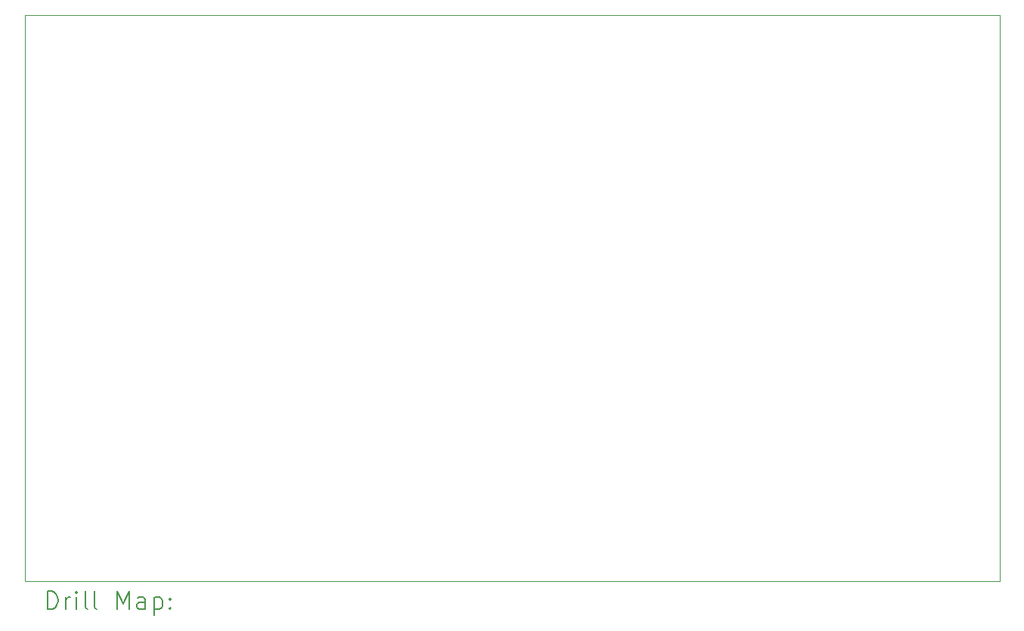
<source format=gbr>
%TF.GenerationSoftware,KiCad,Pcbnew,8.0.6*%
%TF.CreationDate,2024-11-20T22:46:54+01:00*%
%TF.ProjectId,Serverl_fter,53657276-6572-46cf-9c66-7465722e6b69,rev?*%
%TF.SameCoordinates,Original*%
%TF.FileFunction,Drillmap*%
%TF.FilePolarity,Positive*%
%FSLAX45Y45*%
G04 Gerber Fmt 4.5, Leading zero omitted, Abs format (unit mm)*
G04 Created by KiCad (PCBNEW 8.0.6) date 2024-11-20 22:46:54*
%MOMM*%
%LPD*%
G01*
G04 APERTURE LIST*
%ADD10C,0.050000*%
%ADD11C,0.200000*%
G04 APERTURE END LIST*
D10*
X2540000Y-2032000D02*
X13462000Y-2032000D01*
X13462000Y-8382000D01*
X2540000Y-8382000D01*
X2540000Y-2032000D01*
D11*
X2798277Y-8695984D02*
X2798277Y-8495984D01*
X2798277Y-8495984D02*
X2845896Y-8495984D01*
X2845896Y-8495984D02*
X2874467Y-8505508D01*
X2874467Y-8505508D02*
X2893515Y-8524555D01*
X2893515Y-8524555D02*
X2903039Y-8543603D01*
X2903039Y-8543603D02*
X2912562Y-8581698D01*
X2912562Y-8581698D02*
X2912562Y-8610270D01*
X2912562Y-8610270D02*
X2903039Y-8648365D01*
X2903039Y-8648365D02*
X2893515Y-8667412D01*
X2893515Y-8667412D02*
X2874467Y-8686460D01*
X2874467Y-8686460D02*
X2845896Y-8695984D01*
X2845896Y-8695984D02*
X2798277Y-8695984D01*
X2998277Y-8695984D02*
X2998277Y-8562650D01*
X2998277Y-8600746D02*
X3007801Y-8581698D01*
X3007801Y-8581698D02*
X3017324Y-8572174D01*
X3017324Y-8572174D02*
X3036372Y-8562650D01*
X3036372Y-8562650D02*
X3055420Y-8562650D01*
X3122086Y-8695984D02*
X3122086Y-8562650D01*
X3122086Y-8495984D02*
X3112562Y-8505508D01*
X3112562Y-8505508D02*
X3122086Y-8515031D01*
X3122086Y-8515031D02*
X3131610Y-8505508D01*
X3131610Y-8505508D02*
X3122086Y-8495984D01*
X3122086Y-8495984D02*
X3122086Y-8515031D01*
X3245896Y-8695984D02*
X3226848Y-8686460D01*
X3226848Y-8686460D02*
X3217324Y-8667412D01*
X3217324Y-8667412D02*
X3217324Y-8495984D01*
X3350658Y-8695984D02*
X3331610Y-8686460D01*
X3331610Y-8686460D02*
X3322086Y-8667412D01*
X3322086Y-8667412D02*
X3322086Y-8495984D01*
X3579229Y-8695984D02*
X3579229Y-8495984D01*
X3579229Y-8495984D02*
X3645896Y-8638841D01*
X3645896Y-8638841D02*
X3712562Y-8495984D01*
X3712562Y-8495984D02*
X3712562Y-8695984D01*
X3893515Y-8695984D02*
X3893515Y-8591222D01*
X3893515Y-8591222D02*
X3883991Y-8572174D01*
X3883991Y-8572174D02*
X3864943Y-8562650D01*
X3864943Y-8562650D02*
X3826848Y-8562650D01*
X3826848Y-8562650D02*
X3807801Y-8572174D01*
X3893515Y-8686460D02*
X3874467Y-8695984D01*
X3874467Y-8695984D02*
X3826848Y-8695984D01*
X3826848Y-8695984D02*
X3807801Y-8686460D01*
X3807801Y-8686460D02*
X3798277Y-8667412D01*
X3798277Y-8667412D02*
X3798277Y-8648365D01*
X3798277Y-8648365D02*
X3807801Y-8629317D01*
X3807801Y-8629317D02*
X3826848Y-8619793D01*
X3826848Y-8619793D02*
X3874467Y-8619793D01*
X3874467Y-8619793D02*
X3893515Y-8610270D01*
X3988753Y-8562650D02*
X3988753Y-8762650D01*
X3988753Y-8572174D02*
X4007801Y-8562650D01*
X4007801Y-8562650D02*
X4045896Y-8562650D01*
X4045896Y-8562650D02*
X4064943Y-8572174D01*
X4064943Y-8572174D02*
X4074467Y-8581698D01*
X4074467Y-8581698D02*
X4083991Y-8600746D01*
X4083991Y-8600746D02*
X4083991Y-8657889D01*
X4083991Y-8657889D02*
X4074467Y-8676936D01*
X4074467Y-8676936D02*
X4064943Y-8686460D01*
X4064943Y-8686460D02*
X4045896Y-8695984D01*
X4045896Y-8695984D02*
X4007801Y-8695984D01*
X4007801Y-8695984D02*
X3988753Y-8686460D01*
X4169705Y-8676936D02*
X4179229Y-8686460D01*
X4179229Y-8686460D02*
X4169705Y-8695984D01*
X4169705Y-8695984D02*
X4160182Y-8686460D01*
X4160182Y-8686460D02*
X4169705Y-8676936D01*
X4169705Y-8676936D02*
X4169705Y-8695984D01*
X4169705Y-8572174D02*
X4179229Y-8581698D01*
X4179229Y-8581698D02*
X4169705Y-8591222D01*
X4169705Y-8591222D02*
X4160182Y-8581698D01*
X4160182Y-8581698D02*
X4169705Y-8572174D01*
X4169705Y-8572174D02*
X4169705Y-8591222D01*
M02*

</source>
